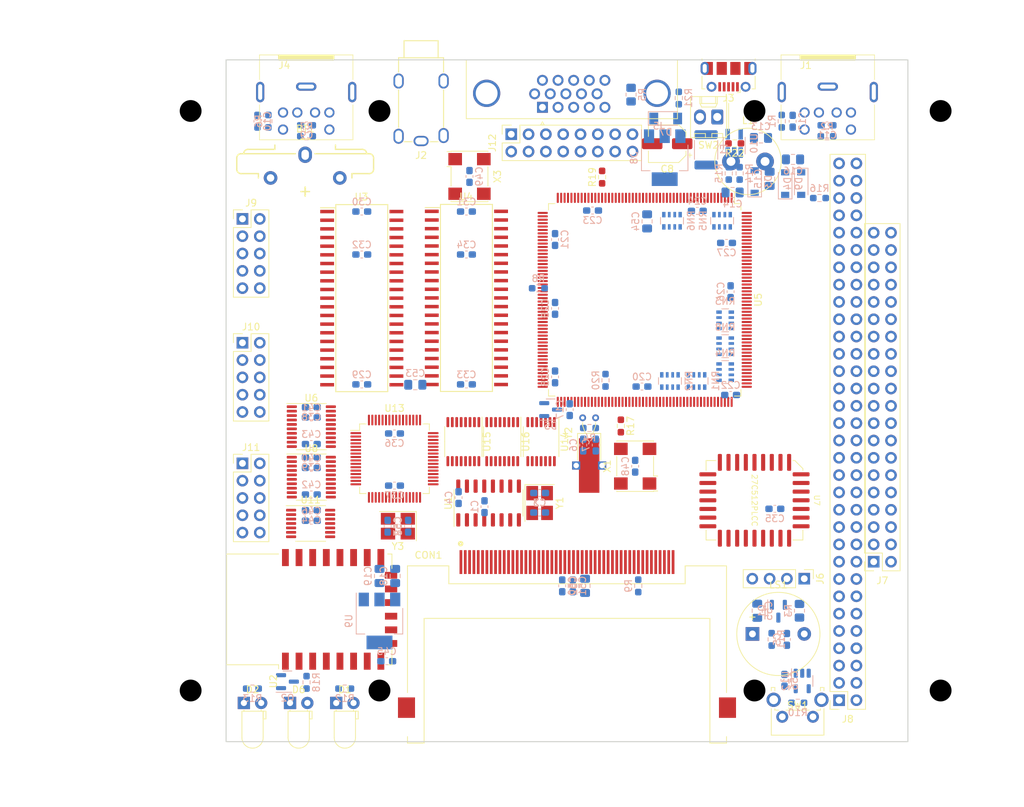
<source format=kicad_pcb>
(kicad_pcb (version 20210424) (generator pcbnew)
  (layers (0 "F.Cu" signal) (1 "In1.Cu" signal) (2 "In2.Cu" signal) (31 "B.Cu" signal) (34 "B.Paste" user) (35 "F.Paste" user) (36 "B.SilkS" user "B.Silkscreen") (37 "F.SilkS" user "F.Silkscreen") (38 "B.Mask" user) (39 "F.Mask" user) (44 "Edge.Cuts" user))
  (net 0 "")
  (net 1 "GND")
  (net 2 "Net-(C1-Pad2)")
  (net 3 "+5V")
  (net 4 "Net-(D2-Pad2)")
  (net 5 "Net-(J11-Pad4)")
  (net 6 "/USB_DM")
  (net 7 "/USB_DP")
  (net 8 "/DACK1")
  (net 9 "/DACK0")
  (net 10 "Net-(C5-Pad1)")
  (net 11 "Net-(C2-Pad1)")
  (net 12 "Net-(C3-Pad1)")
  (net 13 "Net-(D1-Pad2)")
  (net 14 "Net-(J6-Pad1)")
  (net 15 "Net-(J6-Pad2)")
  (net 16 "Net-(Q1-Pad1)")
  (net 17 "+BATT")
  (net 18 "Net-(F1-Pad2)")
  (net 19 "+3V3")
  (net 20 "Net-(C6-Pad1)")
  (net 21 "Net-(C7-Pad1)")
  (net 22 "/MEMW")
  (net 23 "/MEMR")
  (net 24 "/REFRESH")
  (net 25 "/MEMCS16")
  (net 26 "/MASTER")
  (net 27 "/IOCS16")
  (net 28 "/DACK5")
  (net 29 "/TC")
  (net 30 "/IOCHRDY")
  (net 31 "/AEN")
  (net 32 "/SD8")
  (net 33 "/SD9")
  (net 34 "/SD10")
  (net 35 "/SD11")
  (net 36 "/SD12")
  (net 37 "/SD13")
  (net 38 "/SD14")
  (net 39 "/SD15")
  (net 40 "/KBSJ")
  (net 41 "/XD7")
  (net 42 "/XD6")
  (net 43 "/XD5")
  (net 44 "/XD4")
  (net 45 "/XD3")
  (net 46 "/BD15")
  (net 47 "/BD14")
  (net 48 "/BD13")
  (net 49 "/BD12")
  (net 50 "/BD11")
  (net 51 "/BD10")
  (net 52 "/BD9")
  (net 53 "/BD8")
  (net 54 "/BD7")
  (net 55 "/BD6")
  (net 56 "/BD5")
  (net 57 "/BD4")
  (net 58 "/BD3")
  (net 59 "/BD2")
  (net 60 "/BD1")
  (net 61 "/BD0")
  (net 62 "/XD2")
  (net 63 "/XD1")
  (net 64 "/XD0")
  (net 65 "/SD7")
  (net 66 "/SD6")
  (net 67 "/SD5")
  (net 68 "/SD4")
  (net 69 "/SD3")
  (net 70 "/SD2")
  (net 71 "/SD1")
  (net 72 "/SD0")
  (net 73 "/SA15")
  (net 74 "/SA14")
  (net 75 "/SA13")
  (net 76 "/SA12")
  (net 77 "/SA11")
  (net 78 "/SA10")
  (net 79 "/SA9")
  (net 80 "/SA8")
  (net 81 "/SA7")
  (net 82 "/SA6")
  (net 83 "/SA5")
  (net 84 "/SA4")
  (net 85 "/SA3")
  (net 86 "/SA2")
  (net 87 "/SA1")
  (net 88 "/SA0")
  (net 89 "/SPKR")
  (net 90 "/WEJ")
  (net 91 "/RASJ0")
  (net 92 "/MA0")
  (net 93 "/MA1")
  (net 94 "/MA2")
  (net 95 "/MA3")
  (net 96 "/MA4")
  (net 97 "/MA5")
  (net 98 "/MA6")
  (net 99 "/MA7")
  (net 100 "/MA8")
  (net 101 "/MA9")
  (net 102 "/CAS0J1")
  (net 103 "/CAS0J0")
  (net 104 "/CAS1J0")
  (net 105 "/CAS1J1")
  (net 106 "/RASJ1")
  (net 107 "/MSCLK")
  (net 108 "/KBCLK")
  (net 109 "/KBDAT")
  (net 110 "/MSDAT")
  (net 111 "Net-(C15-Pad1)")
  (net 112 "Net-(C15-Pad2)")
  (net 113 "Net-(R14-Pad2)")
  (net 114 "/LA23")
  (net 115 "/LA22")
  (net 116 "/LA21")
  (net 117 "/LA20")
  (net 118 "/LA19")
  (net 119 "/LA18")
  (net 120 "/LA17")
  (net 121 "-12V")
  (net 122 "+12V")
  (net 123 "/SMEMW")
  (net 124 "/IOW")
  (net 125 "/SMEMR")
  (net 126 "/RESETL")
  (net 127 "/IRQ14")
  (net 128 "/IOR")
  (net 129 "/HDCS0")
  (net 130 "/HDCS1")
  (net 131 "Net-(J3-Pad1)")
  (net 132 "/~CF_BUSY")
  (net 133 "Net-(CON1-Pad46)")
  (net 134 "Net-(BT1-Pad1)")
  (net 135 "/DRQ7")
  (net 136 "/VGA_R")
  (net 137 "/VGA_G")
  (net 138 "/VGA_B")
  (net 139 "/DACK7")
  (net 140 "/SND_R")
  (net 141 "/RI1")
  (net 142 "/SBHE")
  (net 143 "/DRQ6")
  (net 144 "/DACK6")
  (net 145 "/DRQ5")
  (net 146 "/DRQ0")
  (net 147 "/DACK2")
  (net 148 "/DRQ1")
  (net 149 "/DRQ3")
  (net 150 "/DACK3")
  (net 151 "/DRQ2")
  (net 152 "/UART_INTA")
  (net 153 "/RX1")
  (net 154 "/0x3F8")
  (net 155 "/TX1")
  (net 156 "/0x2F8")
  (net 157 "/RX2")
  (net 158 "/UART_INTB")
  (net 159 "/UART_INTC")
  (net 160 "/0x3E8")
  (net 161 "/0x2E8")
  (net 162 "/UART_INTD")
  (net 163 "/TX2")
  (net 164 "/DSRA")
  (net 165 "/CTSA")
  (net 166 "Net-(U15-Pad7)")
  (net 167 "/DTRA")
  (net 168 "/RTSA")
  (net 169 "/TXA")
  (net 170 "/TXB")
  (net 171 "/RTSB")
  (net 172 "/DTRB")
  (net 173 "/CTSB")
  (net 174 "/DSRB")
  (net 175 "/CDB")
  (net 176 "/RIB")
  (net 177 "/RXB")
  (net 178 "/CTS1")
  (net 179 "/RTS1")
  (net 180 "/DSR1")
  (net 181 "/DTR1")
  (net 182 "/DCD1")
  (net 183 "/RI2")
  (net 184 "/CTS2")
  (net 185 "/RTS2")
  (net 186 "/DSR2")
  (net 187 "/DTR2")
  (net 188 "/DCD2")
  (net 189 "/VGA_MON")
  (net 190 "Net-(J11-Pad1)")
  (net 191 "Net-(J11-Pad8)")
  (net 192 "Net-(J11-Pad6)")
  (net 193 "Net-(J12-Pad6)")
  (net 194 "/SND_L")
  (net 195 "Net-(J5-Pad9)")
  (net 196 "/RXA")
  (net 197 "/RIA")
  (net 198 "/VGA_HS")
  (net 199 "/VGA_VS")
  (net 200 "/CDA")
  (net 201 "/IRQ9")
  (net 202 "/IRQ7")
  (net 203 "/IRQ6")
  (net 204 "/IRQ5")
  (net 205 "/IRQ4")
  (net 206 "/IRQ3")
  (net 207 "/IRQ10")
  (net 208 "/IRQ11")
  (net 209 "/IRQ15")
  (net 210 "/SA19")
  (net 211 "/SA18")
  (net 212 "/SA17")
  (net 213 "/SA16")
  (net 214 "/IOCHCK")
  (net 215 "/RSTDRV")
  (net 216 "/NOWS")
  (net 217 "/SYSCLK")
  (net 218 "/BALE")
  (net 219 "/14MHz")
  (net 220 "/ESP_TX")
  (net 221 "/ESP_RX")
  (net 222 "/ESP_CTS")
  (net 223 "/ESP_RTS")
  (net 224 "Net-(R10-Pad2)")
  (net 225 "/RXC")
  (net 226 "/TXC")
  (net 227 "/RTSC")
  (net 228 "/DTRC")
  (net 229 "/DSRC")
  (net 230 "/CTSC")
  (net 231 "/CLK2")
  (net 232 "/PWG")
  (net 233 "/CTSD")
  (net 234 "/RTSD")
  (net 235 "/TXD")
  (net 236 "/RXD")
  (net 237 "Net-(D6-Pad1)")
  (net 238 "Net-(D6-Pad2)")
  (net 239 "/ESP_RST")
  (net 240 "Net-(J8-Pad59)")
  (net 241 "Net-(D7-Pad2)")
  (net 242 "Net-(U13-Pad46)")
  (net 243 "Net-(R17-Pad1)")
  (net 244 "Net-(R19-Pad1)")
  (net 245 "Net-(C57-Pad1)")
  (net 246 "Net-(C58-Pad1)")
  (net 247 "Net-(U10-Pad4)")
  (footprint "Connector_PinHeader_2.54mm:PinHeader_2x05_P2.54mm_Vertical" (layer "F.Cu") (at 101.8 89.0925)
    (fp_text reference "J10")
    (fp_text value "COM2")
  )
  (footprint "Crystal:Crystal_C38-LF_D3.0mm_L8.0mm_Horizontal_1EP_style2" (layer "F.Cu") (at 151.7 100.1)
    (fp_text reference "Y2")
    (fp_text value "32768 Hz")
  )
  (footprint "RF_Module:ESP-12E" (layer "F.Cu") (at 111.6 128.2 90)
    (fp_text reference "U2")
    (fp_text value "ESP-12E")
  )
  (footprint "Package_SO:SOIC-16_3.9x9.9mm_P1.27mm" (layer "F.Cu") (at 137.9 112.6 90)
    (fp_text reference "U1")
    (fp_text value "CH340G")
  )
  (footprint "Connector_PinSocket_2.54mm:PinSocket_2x32_P2.54mm_Vertical" (layer "F.Cu") (at 189.31 141.525 180)
    (fp_text reference "J8")
    (fp_text value "PC104")
  )
  (footprint "my:MountingHole_3.2mm_M3_dk5.2mm_Mask" (layer "F.Cu") (at 204.2 140.1)
    (fp_text reference "H6" hide)
    (fp_text value "MountingHole")
  )
  (footprint "Inductor_THT:L_Radial_D9.5mm_P5.00mm_Fastron_07HVP" (layer "F.Cu") (at 173.45 62.5)
    (fp_text reference "L1")
    (fp_text value "10u")
  )
  (footprint "Package_SO:TSSOP-14_4.4x5mm_P0.65mm" (layer "F.Cu") (at 111.8 115.6)
    (fp_text reference "U11")
    (fp_text value "TXB0104PW")
  )
  (footprint "Button_Switch_THT:SW_Tactile_SPST_Angled_PTS645Vx83-2LFS" (layer "F.Cu") (at 185.475 143.9525 180)
    (fp_text reference "SW1")
    (fp_text value "SW_Push")
  )
  (footprint "Resistor_SMD:R_0603_1608Metric_Pad0.98x0.95mm_HandSolder" (layer "F.Cu") (at 174 59.85 180)
    (fp_text reference "R22")
    (fp_text value "51k")
  )
  (footprint "Connector_Dsub:DSUB-15-HD_Female_Horizontal_P2.29x1.98mm_EdgePinOffset3.03mm_Housed_MountingHolesOffset4.94mm" (layer "F.Cu") (at 145.8 54.56 180)
    (fp_text reference "J5")
    (fp_text value "DB15_Female_HighDensity_MountingHoles")
  )
  (footprint "my:SOJ-42" (layer "F.Cu") (at 134.6 83.47)
    (fp_text reference "U4")
    (fp_text value "MSM5118160F-JS")
  )
  (footprint "my:MountingHole_3.2mm_M3_dk5.2mm_Mask" (layer "F.Cu") (at 176.9 140.1)
    (fp_text reference "H3" hide)
    (fp_text value "MountingHole")
  )
  (footprint "my:MountingHole_3.2mm_M3_dk5.2mm_Mask" (layer "F.Cu") (at 121.9 55.1)
    (fp_text reference "H1" hide)
    (fp_text value "MountingHole")
  )
  (footprint "my:SOJ-42" (layer "F.Cu") (at 119.25 83.5)
    (fp_text reference "U3")
    (fp_text value "MSM5118160F-JS")
  )
  (footprint "Resistor_SMD:R_0603_1608Metric_Pad0.98x0.95mm_HandSolder" (layer "F.Cu") (at 157.3 101.3 -90)
    (fp_text reference "R17")
    (fp_text value "22")
  )
  (footprint "Connector_USB:USB_Micro-B_Molex-105017-0001" (layer "F.Cu") (at 173.1 50.09 180)
    (fp_text reference "J3")
    (fp_text value "USB_B_Micro")
  )
  (footprint "my:PJ-322" (layer "F.Cu") (at 128 52.805)
    (fp_text reference "J2")
    (fp_text value "PJ-322")
  )
  (footprint "LED_THT:LED_D3.0mm_Horizontal_O1.27mm_Z6.0mm" (layer "F.Cu") (at 115.55 141.925)
    (fp_text reference "D1")
    (fp_text value "LED_Red")
  )
  (footprint "Package_QFP:LQFP-64_10x10mm_P0.5mm" (layer "F.Cu") (at 124.1 106.1)
    (fp_text reference "U13")
    (fp_text value "ST16C554")
  )
  (footprint "my:MountingHole_3.2mm_M3_dk5.2mm_Mask" (layer "F.Cu") (at 94.2 140.1)
    (fp_text reference "H7" hide)
    (fp_text value "MountingHole")
  )
  (footprint "Resistor_SMD:R_0603_1608Metric_Pad0.98x0.95mm_HandSolder" (layer "F.Cu") (at 154.55 64.8 90)
    (fp_text reference "R19")
    (fp_text value "22")
  )
  (footprint "Connector_PinSocket_2.54mm:PinSocket_2x08_P2.54mm_Vertical" (layer "F.Cu") (at 141.225 58.51 90)
    (fp_text reference "J12")
    (fp_text value "Conn_02x07_Odd_Even")
  )
  (footprint "Package_QFP:PQFP-208_28x28mm_P0.5mm" (layer "F.Cu") (at 160.8 82.8 -90)
    (fp_text reference "U5")
    (fp_text value "M6117D")
  )
  (footprint "Oscillator:Oscillator_SMD_SeikoEpson_SG8002CA-4Pin_7.0x5.0mm" (layer "F.Cu") (at 159.4 107.2 90)
    (fp_text reference "X1")
    (fp_text value "14.318 MHz")
  )
  (footprint "Package_SO:TSSOP-20_4.4x6.5mm_P0.65mm" (layer "F.Cu") (at 111.9 101.4)
    (fp_text reference "U6")
    (fp_text value "GD75232PW")
  )
  (footprint "my:PLCC-32_11.4x14.0mm_P1.27mm-longpads" (layer "F.Cu") (at 176.9 112.2 -90)
    (fp_text reference "U7")
    (fp_text value "27C512PLCC")
  )
  (footprint "Capacitor_SMD:CP_Elec_5x5.9" (layer "F.Cu") (at 164.1 59.9 180)
    (fp_text reference "C8")
    (fp_text value "47u")
  )
  (footprint "my:MountingHole_3.2mm_M3_dk5.2mm_Mask" (layer "F.Cu") (at 176.9 55.1)
    (fp_text reference "H2" hide)
    (fp_text value "MountingHole")
  )
  (footprint "LED_THT:LED_D3.0mm_Horizontal_O1.27mm_Z6.0mm" (layer "F.Cu") (at 108.78 141.925)
    (fp_text reference "D6")
    (fp_text value "LED_Blue")
  )
  (footprint "Package_SO:TSSOP-14_4.4x5mm_P0.65mm" (layer "F.Cu") (at 145.6 103.6 -90)
    (fp_text reference "U14")
    (fp_text value "74HCT32")
  )
  (footprint "my:TE_1734451-1-LONG" (layer "F.Cu") (at 149.4 121.2625)
    (fp_text reference "CON1")
    (fp_text value "CF-CARD-cfcard")
  )
  (footprint "my:MountingHole_3.2mm_M3_dk5.2mm_Mask" (layer "F.Cu") (at 204.2 55.1)
    (fp_text reference "H8" hide)
    (fp_text value "MountingHole")
  )
  (footprint "my:MountingHole_3.2mm_M3_dk5.2mm_Mask" (layer "F.Cu") (at 94.2 55.1)
    (fp_text reference "H5" hide)
    (fp_text value "MountingHole")
  )
  (footprint "Crystal:Crystal_SMD_SeikoEpson_TSX3225-4Pin_3.2x2.5mm_HandSoldering" (layer "F.Cu") (at 145.3875 112.6 -90)
    (fp_text reference "Y1")
    (fp_text value "12 MHz")
  )
  (footprint "Crystal:Crystal_SMD_SeikoEpson_TSX3225-4Pin_3.2x2.5mm_HandSoldering" (layer "F.Cu") (at 124.6 116 180)
    (fp_text reference "Y3")
    (fp_text value "14.7456 MHz")
  )
  (footprint "Connector_PinSocket_2.54mm:PinSocket_2x20_P2.54mm_Vertical" (layer "F.Cu") (at 194.385 121.21 180)
    (fp_text reference "J7")
    (fp_text value "PC104_16")
  )
  (footprint "my:MountingHole_3.2mm_M3_dk5.2mm_Mask" (layer "F.Cu") (at 121.9 140.1)
    (fp_text reference "H4" hide)
    (fp_text value "MountingHole")
  )
  (footprint "Connector_Molex:Molex_KK-254_AE-6410-02A_1x02_P2.54mm_Vertical" (layer "F.Cu") (at 171.44 55.98 180)
    (fp_text reference "SW2")
    (fp_text value "Jumper / Pin header 1x2 Pitch=2.54mm")
  )
  (footprint "LED_THT:LED_D3.0mm_Horizontal_O1.27mm_Z6.0mm" (layer "F.Cu") (at 102.01 141.925)
    (fp_text reference "D2")
    (fp_text value "LED_Green")
  )
  (footprint "Connector_PinHeader_2.54mm:PinHeader_2x05_P2.54mm_Vertical" (layer "F.Cu") (at 101.8 70.925)
    (fp_text reference "J9")
    (fp_text value "COM1")
  )
  (footprint "Oscillator:Oscillator_SMD_SeikoEpson_SG8002CA-4Pin_7.0x5.0mm" (layer "F.Cu") (at 135.1 64.7 -90)
    (fp_text reference "X3")
    (fp_text value "80 MHz")
  )
  (footprint "Package_SO:TSSOP-16_4.4x5mm_P0.65mm" (layer "F.Cu") (at 134.2 103.6 -90)
    (fp_text reference "U15")
    (fp_text value "74HCT138")
  )
  (footprint "my:MINI_DIN_6_33PRIMARY" (layer "F.Cu") (at 111.15 53.1)
    (fp_text reference "J4")
    (fp_text value "Mini-DIN-6" hide)
  )
  (footprint "Buzzer_Beeper:Buzzer_12x9.5RM7.6" (layer "F.Cu") (at 176.6 131.8)
    (fp_text reference "LS1")
    (fp_text value "Speaker")
  )
  (footprint "my:CR2032V" (layer "F.Cu") (at 105.92 64.9198)
    (fp_text reference "BT1")
    (fp_text value "1775485-1 or S8401-46")
  )
  (footprint "Connector_PinHeader_2.54mm:PinHeader_1x04_P2.54mm_Vertical" (layer "F.Cu") (at 184.2 123.7 -90)
    (fp_text reference "J6")
    (fp_text value "Conn_01x04")
  )
  (footprint "Package_SO:TSSOP-16_4.4x5mm_P0.65mm" (layer "F.Cu") (at 139.9 103.6 -90)
    (fp_text reference "U16")
    (fp_text value "74HCT138")
  )
  (footprint "my:MINI_DIN_6_33PRIMARY" (layer "F.Cu") (at 187.65 53.1)
    (fp_text reference "J1")
    (fp_text value "Mini-DIN-6" hide)
  )
  (footprint "Connector_PinHeader_2.54mm:PinHeader_2x05_P2.54mm_Vertical" (layer "F.Cu") (at 101.8 106.78)
    (fp_text reference "J11")
    (fp_text value "ESP")
  )
  (footprint "Package_SO:TSSOP-20_4.4x6.5mm_P0.65mm" (layer "F.Cu") (at 111.9 108.8)
    (fp_text reference "U8")
    (fp_text value "GD75232PW")
  )
  (footprint "Resistor_SMD:R_0603_1608Metric_Pad0.98x0.95mm_HandSolder" (layer "B.Cu") (at 155.05 94.6 -90)
    (fp_text reference "R20")
    (fp_text value "4.7k")
  )
  (footprint "Resistor_SMD:R_0805_2012Metric_Pad1.20x1.40mm_HandSolder" (layer "B.Cu") (at 183.5 128.4 -90)
    (fp_text reference "R3")
    (fp_text value "33")
  )
  (footprint "Fuse:Fuse_1812_4532Metric_Pad1.30x3.40mm_HandSolder" (layer "B.Cu") (at 169.8 60.8 90)
    (fp_text reference "F1")
    (fp_text value "2A")
  )
  (footprint "Diode_SMD:D_MiniMELF" (layer "B.Cu") (at 163.88 56.2)
    (fp_text reference "D7")
    (fp_text value "BZV55C5V6")
  )
  (footprint "Capacitor_SMD:C_0603_1608Metric_Pad1.08x0.95mm_HandSolder" (layer "B.Cu") (at 123.1 116 90)
    (fp_text reference "C57")
    (fp_text value "22p")
  )
  (footprint "Capacitor_SMD:C_0805_2012Metric_Pad1.18x1.45mm_HandSolder" (layer "B.Cu") (at 161.15 71.29 -90)
    (fp_text reference "C54")
    (fp_text value "10u")
  )
  (footprint "Resistor_SMD:R_0603_1608Metric_Pad0.98x0.95mm_HandSolder" (layer "B.Cu") (at 145.2 81.1 180)
    (fp_text reference "R8")
    (fp_text value "4.7k")
  )
  (footprint "Resistor_SMD:R_0603_1608Metric_Pad0.98x0.95mm_HandSolder" (layer "B.Cu") (at 186.4332 67.8692 180)
    (fp_text reference "R16")
    (fp_text value "22")
  )
  (footprint "Capacitor_SMD:C_0603_1608Metric_Pad1.08x0.95mm_HandSolder" (layer "B.Cu") (at 181.65 132.6 -90)
    (fp_text reference "C5")
    (fp_text value "10n")
  )
  (footprint "Capacitor_SMD:C_0603_1608Metric_Pad1.08x0.95mm_HandSolder" (layer "B.Cu") (at 145.3875 111.125)
    (fp_text reference "C2")
    (fp_text value "22p")
  )
  (footprint "Capacitor_SMD:C_0805_2012Metric_Pad1.18x1.45mm_HandSolder" (layer "B.Cu") (at 152.05 124.75 -90)
    (fp_text reference "C52")
    (fp_text value "10u")
  )
  (footprint "Resistor_SMD:R_Array_Convex_4x0603" (layer "B.Cu") (at 172.6 85.8 180)
    (fp_text reference "RN3")
    (fp_text value "4.7k")
  )
  (footprint "Capacitor_SMD:C_0603_1608Metric_Pad1.08x0.95mm_HandSolder" (layer "B.Cu") (at 122.9625 135.8 180)
    (fp_text reference "C45")
    (fp_text value "100n")
  )
  (footprint "Capacitor_SMD:C_0603_1608Metric_Pad1.08x0.95mm_HandSolder" (layer "B.Cu") (at 160.4 95.52 180)
    (fp_text reference "C20")
    (fp_text value "100n")
  )
  (footprint "Capacitor_SMD:C_0603_1608Metric_Pad1.08x0.95mm_HandSolder" (layer "B.Cu") (at 111.9 113.65)
    (fp_text reference "C44")
    (fp_text value "100n")
  )
  (footprint "Resistor_SMD:R_Array_Convex_4x0603" (layer "B.Cu") (at 164.5 94.7 90)
    (fp_text reference "RN2")
    (fp_text value "4.7k")
  )
  (footprint "Capacitor_SMD:C_0805_2012Metric_Pad1.18x1.45mm_HandSolder" (layer "B.Cu") (at 124.2 123.3 -90)
    (fp_text reference "C18")
    (fp_text value "10u")
  )
  (footprint "Capacitor_SMD:C_0603_1608Metric_Pad1.08x0.95mm_HandSolder" (layer "B.Cu") (at 172.8 74.45)
    (fp_text reference "C27")
    (fp_text value "100n")
  )
  (footprint "Capacitor_SMD:C_0603_1608Metric_Pad1.08x0.95mm_HandSolder" (layer "B.Cu") (at 151.78 104.1 -90)
    (fp_text reference "C6")
    (fp_text value "15p")
  )
  (footprint "Capacitor_SMD:C_0603_1608Metric_Pad1.08x0.95mm_HandSolder" (layer "B.Cu") (at 168.5125 69.75 180)
    (fp_text reference "C24")
    (fp_text value "100n")
  )
  (footprint "Capacitor_SMD:C_0603_1608Metric_Pad1.08x0.95mm_HandSolder" (layer "B.Cu") (at 147.65 94.1 -90)
    (fp_text reference "C25")
    (fp_text value "100n")
  )
  (footprint "Package_TO_SOT_SMD:SOT-23" (layer "B.Cu") (at 108.4 138.8)
    (fp_text reference "Q2")
    (fp_text value "BC856")
  )
  (footprint "Package_TO_SOT_SMD:SOT-223-3_TabPin2" (layer "B.Cu") (at 121.9 129.9 -90)
    (fp_text reference "U9")
    (fp_text value "AMS1117-3.3")
  )
  (footprint "Capacitor_SMD:C_0805_2012Metric_Pad1.18x1.45mm_HandSolder" (layer "B.Cu") (at 177.3 128.4 90)
    (fp_text reference "C55")
    (fp_text value "10u")
  )
  (footprint "Capacitor_SMD:C_0603_1608Metric_Pad1.08x0.95mm_HandSolder" (layer "B.Cu") (at 150.25 124.75 90)
    (fp_text reference "C51")
    (fp_text value "100n")
  )
  (footprint "Capacitor_SMD:C_0603_1608Metric_Pad1.08x0.95mm_HandSolder" (layer "B.Cu") (at 111.9 105.9)
    (fp_text reference "C39")
    (fp_text value "100n")
  )
  (footprint "Capacitor_SMD:C_0603_1608Metric_Pad1.08x0.95mm_HandSolder" (layer "B.Cu") (at 119.3 69.85 180)
    (fp_text reference "C30")
    (fp_text value "100n")
  )
  (footprint "Capacitor_SMD:C_0603_1608Metric_Pad1.08x0.95mm_HandSolder" (layer "B.Cu") (at 147.65 84.05 -90)
    (fp_text reference "C28")
    (fp_text value "100n")
  )
  (footprint "Package_TO_SOT_SMD:SOT-23" (layer "B.Cu") (at 147 98.9)
    (fp_text reference "D5")
    (fp_text value "BAT54C")
  )
  (footprint "Capacitor_SMD:C_0603_1608Metric_Pad1.08x0.95mm_HandSolder" (layer "B.Cu") (at 135.1 64.7 90)
    (fp_text reference "C49")
    (fp_text value "100n")
  )
  (footprint "Capacitor_SMD:C_0603_1608Metric_Pad1.08x0.95mm_HandSolder" (layer "B.Cu") (at 111.9 107.45 180)
    (fp_text reference "C40")
    (fp_text value "100n")
  )
  (footprint "Capacitor_SMD:C_0603_1608Metric_Pad1.08x0.95mm_HandSolder" (layer "B.Cu") (at 153.62 104.1 -90)
    (fp_text reference "C7")
    (fp_text value "15p")
  )
  (footprint "Diode_SMD:D_SOD-123" (layer "B.Cu") (at 176.925 65.45 90)
    (fp_text reference "D3")
    (fp_text value "MBR0520")
  )
  (footprint "Capacitor_SMD:C_0603_1608Metric_Pad1.08x0.95mm_HandSolder" (layer "B.Cu") (at 181.3 138.6 90)
    (fp_text reference "C56")
    (fp_text value "100n")
  )
  (footprint "Capacitor_SMD:C_0603_1608Metric_Pad1.08x0.95mm_HandSolder" (layer "B.Cu") (at 134.65 69.85 180)
    (fp_text reference "C31")
    (fp_text value "100n")
  )
  (footprint "Capacitor_SMD:C_0603_1608Metric_Pad1.08x0.95mm_HandSolder" (layer "B.Cu") (at 133.5 111.8 -90)
    (fp_text reference "C4")
    (fp_text value "100n")
  )
  (footprint "Capacitor_SMD:C_0603_1608Metric_Pad1.08x0.95mm_HandSolder" (layer "B.Cu") (at 137.3 113.1375 -90)
    (fp_text reference "C1")
    (fp_text value "10n")
  )
  (footprint "Resistor_SMD:R_0603_1608Metric_Pad0.98x0.95mm_HandSolder" (layer "B.Cu") (at 103.26 139.82)
    (fp_text reference "R13")
    (fp_text value "470")
  )
  (footprint "Resistor_SMD:R_0603_1608Metric_Pad0.98x0.95mm_HandSolder" (layer "B.Cu") (at 173.125 64.25 -90)
    (fp_text reference "R15")
    (fp_text value "13.3k")
  )
  (footprint "Resistor_SMD:R_Array_Convex_4x0603" (layer "B.Cu") (at 172.15 71.2 -90)
    (fp_text reference "RN5")
    (fp_text value "330")
  )
  (footprint "Resistor_SMD:R_Array_Convex_4x0603" (layer "B.Cu") (at 172.6 93.4 180)
    (fp_text reference "RN4")
    (fp_text value "330")
  )
  (footprint "Resistor_SMD:R_0603_1608Metric_Pad0.98x0.95mm_HandSolder" (layer "B.Cu") (at 180.9 56.6 -90)
    (fp_text reference "R1")
    (fp_text value "4.7k")
  )
  (footprint "Capacitor_SMD:C_0603_1608Metric_Pad1.08x0.95mm_HandSolder" (layer "B.Cu") (at 111.2 57.2)
    (fp_text reference "C9")
    (fp_text value "47p")
  )
  (footprint "Capacitor_SMD:C_0603_1608Metric_Pad1.08x0.95mm_HandSolder" (layer "B.Cu") (at 111.9 111.35 180)
    (fp_text reference "C42")
    (fp_text value "100n")
  )
  (footprint "Resistor_SMD:R_0603_1608Metric_Pad0.98x0.95mm_HandSolder" (layer "B.Cu") (at 111.2 58.8 180)
    (fp_text reference "R7")
    (fp_text value "4.7k")
  )
  (footprint "Capacitor_SMD:C_0603_1608Metric_Pad1.08x0.95mm_HandSolder" (layer "B.Cu") (at 134.65 95.2 180)
    (fp_text reference "C33")
    (fp_text value "100n")
  )
  (footprint "Capacitor_SMD:C_0603_1608Metric_Pad1.08x0.95mm_HandSolder" (layer "B.Cu") (at 134.65 76.15 180)
    (fp_text reference "C34")
    (fp_text value "100n")
  )
  (footprint "Capacitor_SMD:C_0603_1608Metric_Pad1.08x0.95mm_HandSolder" (layer "B.Cu") (at 111.9 100.05 180)
    (fp_text reference "C41")
    (fp_text value "100n")
  )
  (footprint "Capacitor_SMD:C_0603_1608Metric_Pad1.08x0.95mm_HandSolder" (layer "B.Cu") (at 111.9 98.55)
    (fp_text reference "C38")
    (fp_text value "100n")
  )
  (footprint "Resistor_SMD:R_Array_Convex_4x0603" (layer "B.Cu") (at 164.8 71.2 90)
    (fp_text reference "RN6")
    (fp_text value "4.7k")
  )
  (footprint "Capacitor_SMD:C_0603_1608Metric_Pad1.08x0.95mm_HandSolder" (layer "B.Cu") (at 173.4 81.6 -90)
    (fp_text reference "C26")
    (fp_text value "100n")
  )
  (footprint "Resistor_SMD:R_Array_Convex_4x0603" (layer "B.Cu") (at 168.4 94.7 90)
    (fp_text reference "RN1")
    (fp_text value "4.7k")
  )
  (footprint "Resistor_SMD:R_0603_1608Metric_Pad0.98x0.95mm_HandSolder" (layer "B.Cu") (at 179.42 132.6 90)
    (fp_text reference "R11")
    (fp_text value "1k")
  )
  (footprint "Capacitor_SMD:C_0805_2012Metric_Pad1.18x1.45mm_HandSolder" (layer "B.Cu") (at 127.15 95.25 180)
    (fp_text reference "C53")
    (fp_text value "10u")
  )
  (footprint "Capacitor_SMD:C_0603_1608Metric_Pad1.08x0.95mm_HandSolder" (layer "B.Cu") (at 119.3 76.15 180)
    (fp_text reference "C32")
    (fp_text value "100n")
  )
  (footprint "Capacitor_SMD:C_0603_1608Metric_Pad1.08x0.95mm_HandSolder" (layer "B.Cu") (at 147.65 73.95 90)
    (fp_text reference "C21")
    (fp_text value "100n")
  )
  (footprint "Capacitor_SMD:C_0603_1608Metric_Pad1.08x0.95mm_HandSolder" (layer "B.Cu") (at 187.5375 57.2)
    (fp_text reference "C11")
    (fp_text value "47p")
  )
  (footprint "Resistor_SMD:R_0603_1608Metric_Pad0.98x0.95mm_HandSolder" (layer "B.Cu") (at 105.6 56.6 -90)
    (fp_text reference "R6")
    (fp_text value "4.7k")
  )
  (footprint "Resistor_SMD:R_0603_1608Metric_Pad0.98x0.95mm_HandSolder" (layer "B.Cu") (at 159.85 124.75 -90)
    (fp_text reference "R9")
    (fp_text value "4.7k")
  )
  (footprint "Capacitor_SMD:C_0603_1608Metric_Pad1.08x0.95mm_HandSolder" (layer "B.Cu") (at 149.8 98.9 -90)
    (fp_text reference "C17")
    (fp_text value "100n")
  )
  (footprint "Resistor_SMD:R_Array_Convex_4x0603" (layer "B.Cu") (at 172.6 89.6 180)
    (fp_text reference "RN8")
    (fp_text value "1k")
  )
  (footprint "Resistor_SMD:R_0805_2012Metric_Pad1.20x1.40mm_HandSolder" (layer "B.Cu") (at 158.8 52.7 90)
    (fp_text reference "R5")
    (fp_text value "0")
  )
  (footprint "Capacitor_SMD:C_0603_1608Metric_Pad1.08x0.95mm_HandSolder" (layer "B.Cu") (at 159.4 107.2 -90)
    (fp_text reference "C48")
    (fp_text value "100n")
  )
  (footprint "Package_TO_SOT_SMD:SOT-23" (layer "B.Cu") (at 180.4 128.47 -90)
    (fp_text reference "Q1")
    (fp_text value "BC817")
  )
  (footprint "Capacitor_SMD:C_0603_1608Metric_Pad1.08x0.95mm_HandSolder" (layer "B.Cu") (at 119.3 95.2 180)
    (fp_text reference "C29")
    (fp_text value "100n")
  )
  (footprint "Capacitor_SMD:C_0805_2012Metric_Pad1.18x1.45mm_HandSolder" (layer "B.Cu") (at 177.85 59.05 180)
    (fp_text reference "C13")
    (fp_text value "2.2u")
  )
  (footprint "Resistor_SMD:R_0603_1608Metric_Pad0.98x0.95mm_HandSolder" (layer "B.Cu") (at 174.725 64.25 90)
    (fp_text reference "R14")
    (fp_text value "113k")
  )
  (footprint "Diode_SMD:D_SOD-123" (layer "B.Cu") (at 183.75 65.750002 -90)
    (fp_text reference "D4")
    (fp_text value "MBR0520")
  )
  (footprint "Capacitor_SMD:C_0603_1608Metric_Pad1.08x0.95mm_HandSolder" (layer "B.Cu") (at 182.5 56.6 90)
    (fp_text reference "C12")
    (fp_text value "47p")
  )
  (footprint "Diode_SMD:D_SOD-123" (layer "B.Cu") (at 181.4 65.75 90)
    (fp_text reference "D9")
    (fp_text value "MBR0520")
  )
  (footprint "Package_TO_SOT_SMD:SOT-23-5_HandSoldering" (layer "B.Cu") (at 173.925 59.85 90)
    (fp_text reference "U10")
    (fp_text value "LT1930")
  )
  (footprint "Capacitor_SMD:C_0805_2012Metric_Pad1.18x1.45mm_HandSolder" (layer "B.Cu") (at 173.6875 67.05)
    (fp_text reference "C14")
    (fp_text value "10u")
  )
  (footprint "Capacitor_SMD:C_0603_1608Metric_Pad1.08x0.95mm_HandSolder" (layer "B.Cu") (at 179.8875 113.45)
    (fp_text reference "C35")
    (fp_text value "100n")
  )
  (footprint "Capacitor_SMD:C_0603_1608Metric_Pad1.08x0.95mm_HandSolder" (layer "B.Cu") (at 124.1 110.05)
    (fp_text reference "C37")
    (fp_text value "100n")
  )
  (footprint "Capacitor_SMD:C_0603_1608Metric_Pad1.08x0.95mm_HandSolder" (layer "B.Cu") (at 104 56.6 90)
    (fp_text reference "C10")
    (fp_text value "47p")
  )
  (footprint "Capacitor_SMD:C_0805_2012Metric_Pad1.18x1.45mm_HandSolder" (layer "B.Cu") (at 179.125 65.050002 -90)
    (fp_text reference "C15")
    (fp_text value "100n")
  )
  (footprint "Resistor_SMD:R_0603_1608Metric_Pad0.98x0.95mm_HandSolder" (layer "B.Cu") (at 111.2 138.9 90)
    (fp_text reference "R18")
    (fp_text value "470")
  )
  (footprint "Capacitor_SMD:C_0603_1608Metric_Pad1.08x0.95mm_HandSolder" (layer "B.Cu") (at 173.4 96.75 180)
    (fp_text reference "C22")
    (fp_text value "100n")
  )
  (footprint "Capacitor_SMD:C_0603_1608Metric_Pad1.08x0.95mm_HandSolder" (layer "B.Cu") (at 124.1 102.4)
    (fp_text reference "C36")
    (fp_text value "100n")
  )
  (footprint "Capacitor_SMD:C_0603_1608Metric_Pad1.08x0.95mm_HandSolder" (layer "B.Cu") (at 111.9 103.95 180)
    (fp_text reference "C43")
    (fp_text value "100n")
  )
  (footprint "Resistor_SMD:R_0603_1608Metric_Pad0.98x0.95mm_HandSolder" (layer "B.Cu") (at 187.5375 58.8 180)
    (fp_text reference "R2")
    (fp_text value "4.7k")
  )
  (footprint "Capacitor_SMD:C_0603_1608Metric_Pad1.08x0.95mm_HandSolder" (layer "B.Cu") (at 111.9 115.2 180)
    (fp_text reference "C46")
    (fp_text value "100n")
  )
  (footprint "Resistor_SMD:R_0603_1608Metric_Pad0.98x0.95mm_HandSolder" (layer "B.Cu") (at 165.8 53.2 90)
    (fp_text reference "R21")
    (fp_text value "1k")
  )
  (footprint "Capacitor_SMD:C_0603_1608Metric_Pad1.08x0.95mm_HandSolder" (layer "B.Cu") (at 145.3875 114 180)
    (fp_text reference "C3")
    (fp_text value "22p")
  )
  (footprint "Package_TO_SOT_SMD:SOT-223-3_TabPin2" (layer "B.Cu") (at 163.73 61.95 -90)
    (fp_text reference "D8")
    (fp_text value "BT168GW")
  )
  (footprint "Capacitor_SMD:C_0603_1608Metric_Pad1.08x0.95mm_HandSolder" (layer "B.Cu") (at 126.1 116 -90)
    (fp_text reference "C58")
    (fp_text value "22p")
  )
  (footprint "Capacitor_SMD:C_0805_2012Metric_Pad1.18x1.45mm_HandSolder" (layer "B.Cu") (at 182.55 62.200002)
    (fp_text reference "C16")
    (fp_text value "1u")
  )
  (footprint "Resistor_SMD:R_0603_1608Metric_Pad0.98x0.95mm_HandSolder" (layer "B.Cu") (at 116.8 139.82)
    (fp_text reference "R12")
    (fp_text value "470")
  )
  (footprint "Resistor_SMD:R_0603_1608Metric_Pad0.98x0.95mm_HandSolder" (layer "B.Cu") (at 183.25 141.9)
    (fp_text reference "R10")
    (fp_text value "10k")
  )
  (footprint "Capacitor_SMD:C_0805_2012Metric_Pad1.18x1.45mm_HandSolder" (layer "B.Cu") (at 121.9 123.3 -90)
    (fp_text reference "C19")
    (fp_text value "10u")
  )
  (footprint "Capacitor_SMD:C_0603_1608Metric_Pad1.08x0.95mm_HandSolder" (layer "B.Cu") (at 153.15 69.7)
    (fp_text reference "C23")
    (fp_text value "100n")
  )
  (footprint "Resistor_SMD:R_0603_1608Metric_Pad0.98x0.95mm_HandSolder" (layer "B.Cu") (at 152.7 101.6)
    (fp_text reference "R4")
    (fp_text value "10M")
  )
  (footprint "Capacitor_SMD:C_0603_1608Metric_Pad1.08x0.95mm_HandSolder" (layer "B.Cu") (at 148.7 124.75 90)
    (fp_text reference "C50")
    (fp_text value "100n")
  )
  (footprint "Package_TO_SOT_SMD:SOT-23-5" (layer "B.Cu") (at 183.9 138.7 -90)
    (fp_text reference "U12")
    (fp_text value "MAX823LEUK")
  )
  (gr_rect (start 99.4 47.6) (end 199.4 147.6) (layer "Edge.Cuts") (width 0.15) (fill none))
)
</source>
